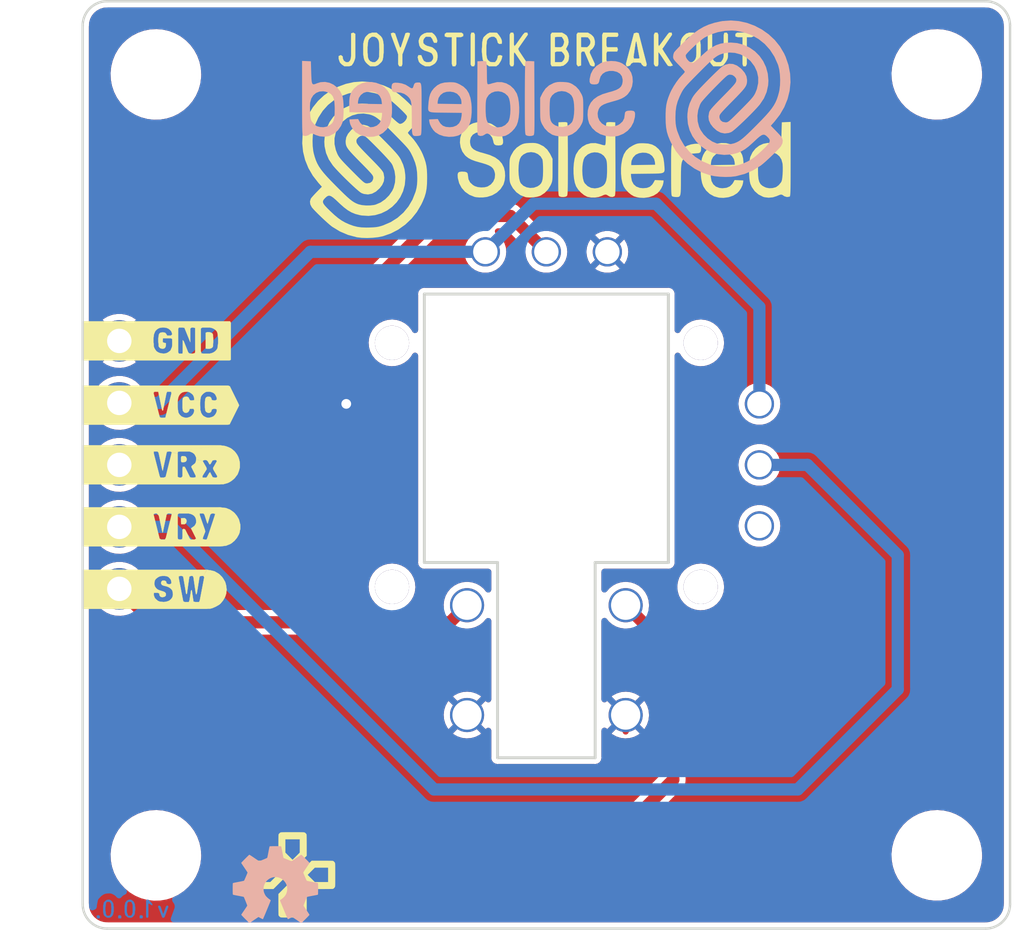
<source format=kicad_pcb>
(kicad_pcb (version 20210623) (generator pcbnew)
  (title_block (title "Joystick breakout") (date "2021-09-09") (rev "V1.0.0.") (company "SOLDRED") (comment 1 "333089"))
  (layers (0 "F.Cu" signal) (31 "B.Cu" signal) (34 "B.Paste" user) (35 "F.Paste" user) (36 "B.SilkS" user "B.Silkscreen") (37 "F.SilkS" user "F.Silkscreen") (38 "B.Mask" user) (39 "F.Mask" user) (44 "Edge.Cuts" user))
  (net 0 "")
  (net 1 "GND")
  (net 2 "SW")
  (net 4 "VRy")
  (net 5 "VCC")
  (net 6 "VRx")
  (footprint "buzzardLabel" (layer "F.Cu") (at 110.6 138.94)
    (fp_text reference "" (at 0 0) (layer "F.SilkS") (effects (font (size 1.27 1.27))))
    (fp_text value "" (at 0 0) (layer "F.SilkS") (effects (font (size 1.27 1.27))))
  )
  (footprint "buzzardLabel" (layer "F.Cu") (at 110.6 133.95)
    (fp_text reference "" (at 0 0) (layer "F.SilkS") (effects (font (size 1.27 1.27))))
    (fp_text value "" (at 0 0) (layer "F.SilkS") (effects (font (size 1.27 1.27))))
  )
  (footprint "e-radionica.com footprinti:FIDUCIAL_23" (layer "F.Cu") (at 146.2 147.3)
    (fp_text reference "FD1")
    (fp_text value "FIDUCIAL")
    (fp_circle (center 0 0) (end 1 0) (layer "F.Cu") (width 0.2) (fill none))
    (pad "1" smd circle (at 0 0) (size 1 1) (layers "F.Cu" "F.Paste" "F.Mask") (clearance 1.1))
  )
  (footprint "Soldered Graphics:Symbol-Front-Joystick" (layer "F.Cu") (at 119.6 153.2)
    (fp_text reference "G***" hide)
    (fp_text value "LOGO" hide)
  )
  (footprint "e-radionica.com footprinti:HOLE_3.2mm" (layer "F.Cu") (at 114 152.4)
    (fp_text reference "H4" hide)
    (fp_text value "HOLE_3.2mm" hide)
    (pad "" np_thru_hole circle locked (at 0 0) (size 3.2 3.2) (drill 3.2) (layers F&B.Cu *.Mask))
  )
  (footprint "buzzardLabel" (layer "F.Cu") (at 110.6 141.5)
    (fp_text reference "" (at 0 0) (layer "F.SilkS") (effects (font (size 1.27 1.27))))
    (fp_text value "" (at 0 0) (layer "F.SilkS") (effects (font (size 1.27 1.27))))
  )
  (footprint "buzzardLabel" (layer "F.Cu") (at 130 119.4)
    (fp_text reference "" (at 0 0) (layer "F.SilkS") (effects (font (size 1.27 1.27))))
    (fp_text value "" (at 0 0) (layer "F.SilkS") (effects (font (size 1.27 1.27))))
  )
  (footprint "Soldered Graphics:Logo-Back-SolderedFULL-20mm" (layer "F.Cu") (at 130 121.4)
    (fp_text reference "REF**" hide)
    (fp_text value "Logo-Front-SolderedFULL-20mm" hide)
  )
  (footprint "e-radionica.com footprinti:HOLE_3.2mm" (layer "F.Cu") (at 114 120.4)
    (fp_text reference "H1" hide)
    (fp_text value "HOLE_3.2mm" hide)
    (pad "" np_thru_hole circle locked (at 0 0) (size 3.2 3.2) (drill 3.2) (layers F&B.Cu *.Mask))
  )
  (footprint "buzzardLabel" (layer "F.Cu") (at 110.6 136.4)
    (fp_text reference "" (at 0 0) (layer "F.SilkS") (effects (font (size 1.27 1.27))))
    (fp_text value "" (at 0 0) (layer "F.SilkS") (effects (font (size 1.27 1.27))))
  )
  (footprint "e-radionica.com footprinti:HOLE_3.2mm" (layer "F.Cu") (at 146 152.4)
    (fp_text reference "H3" hide)
    (fp_text value "HOLE_3.2mm" hide)
    (pad "" np_thru_hole circle locked (at 0 0) (size 3.2 3.2) (drill 3.2) (layers F&B.Cu *.Mask))
  )
  (footprint "buzzardLabel" (layer "F.Cu") (at 110.6 131.32)
    (fp_text reference "" (at 0 0) (layer "F.SilkS") (effects (font (size 1.27 1.27))))
    (fp_text value "" (at 0 0) (layer "F.SilkS") (effects (font (size 1.27 1.27))))
  )
  (footprint "Soldered Graphics:Logo-Back-OSH-3.5mm" (layer "F.Cu") (at 118.9 153.6)
    (fp_text reference "G***" hide)
    (fp_text value "LOGO" hide)
  )
  (footprint "e-radionica.com footprinti:HOLE_3.2mm" (layer "F.Cu") (at 146 120.4)
    (fp_text reference "H2" hide)
    (fp_text value "HOLE_3.2mm" hide)
    (pad "" np_thru_hole circle locked (at 0 0) (size 3.2 3.2) (drill 3.2) (layers F&B.Cu *.Mask))
  )
  (footprint "e-radionica.com footprinti:joystick" (layer "F.Cu") (at 130 136.4)
    (fp_text reference "K1")
    (fp_text value "Joystick")
    (fp_line (start 5 4) (end 5 -7) (layer "Edge.Cuts") (width 0.12))
    (fp_line (start -5 4) (end -2 4) (layer "Edge.Cuts") (width 0.12))
    (fp_line (start 5 4) (end 5 -7) (layer "Edge.Cuts") (width 0.12))
    (fp_line (start 5 -7) (end -5 -7) (layer "Edge.Cuts") (width 0.12))
    (fp_line (start -5 -7) (end -5 4) (layer "Edge.Cuts") (width 0.12))
    (fp_line (start -2 4) (end -2 12) (layer "Edge.Cuts") (width 0.12))
    (fp_line (start 2 12) (end 2 4) (layer "Edge.Cuts") (width 0.12))
    (fp_line (start 2 4) (end 5 4) (layer "Edge.Cuts") (width 0.12))
    (fp_line (start -2 12) (end 2 12) (layer "Edge.Cuts") (width 0.12))
    (pad "" thru_hole circle (at -6.325 5) (size 1.4 1.4) (drill 1.5) (layers *.Cu *.Mask))
    (pad "" thru_hole circle (at -6.325 -5) (size 1.4 1.4) (drill 1.5) (layers *.Cu *.Mask))
    (pad "" thru_hole circle (at 6.325 -5) (size 1.4 1.4) (drill 1.5) (layers *.Cu *.Mask))
    (pad "" thru_hole circle (at 6.325 5) (size 1.4 1.4) (drill 1.5) (layers *.Cu *.Mask))
    (pad "1" thru_hole circle (at 3.25 10.25) (size 1.4 1.4) (drill 1.2) (layers *.Cu *.Mask) (net 1 "GND"))
    (pad "1" thru_hole circle (at -3.25 10.25) (size 1.4 1.4) (drill 1.2) (layers *.Cu *.Mask) (net 1 "GND"))
    (pad "2" thru_hole circle (at 3.25 5.75) (size 1.4 1.4) (drill 1.2) (layers *.Cu *.Mask) (net 2 "SW"))
    (pad "2" thru_hole circle (at -3.25 5.75) (size 1.4 1.4) (drill 1.2) (layers *.Cu *.Mask) (net 2 "SW"))
    (pad "3" thru_hole circle (at 8.73 2.5) (size 1.2 1.2) (drill 1) (layers *.Cu *.Mask))
    (pad "4" thru_hole circle (at 8.73 0) (size 1.2 1.2) (drill 1) (layers *.Cu *.Mask) (net 4 "VRy"))
    (pad "5" thru_hole circle (at 8.73 -2.5) (size 1.2 1.2) (drill 1) (layers *.Cu *.Mask) (net 5 "VCC"))
    (pad "6" thru_hole circle (at 2.5 -8.73) (size 1.2 1.2) (drill 1) (layers *.Cu *.Mask) (net 1 "GND"))
    (pad "7" thru_hole circle (at 0 -8.73) (size 1.2 1.2) (drill 1) (layers *.Cu *.Mask) (net 6 "VRx"))
    (pad "8" thru_hole circle (at -2.5 -8.73) (size 1.2 1.2) (drill 1) (layers *.Cu *.Mask) (net 5 "VCC"))
  )
  (footprint "Soldered Graphics:Logo-Back-SolderedFULL-20mm" (layer "B.Cu") (at 130 123.9 180)
    (fp_text reference "REF**" hide)
    (fp_text value "Logo-Front-SolderedFULL-20mm" hide)
  )
  (footprint "Soldered Graphics:Version1.0.0." (layer "B.Cu") (at 113 154.6 180)
    (fp_text reference "Ref**" hide)
    (fp_text value "Val**" hide)
    (fp_poly (pts (xy -0.44 -0.38) (xy -0.39 -0.38) (xy -0.34 -0.37) (xy -0.34 -0.33) (xy -0.34 -0.27) (xy -0.38 -0.26) (xy -0.43 -0.26) (xy -0.46 -0.29) (xy -0.46 -0.34) (xy -0.44 -0.38)) (layer "B.Cu") (width 0.01) (fill solid))
    (fp_poly (pts (xy 0.43 -0.38) (xy 0.48 -0.38) (xy 0.54 -0.37) (xy 0.54 -0.33) (xy 0.54 -0.27) (xy 0.5 -0.26) (xy 0.45 -0.26) (xy 0.42 -0.29) (xy 0.42 -0.34) (xy 0.43 -0.38)) (layer "B.Cu") (width 0.01) (fill solid))
    (fp_poly (pts (xy -0.67 -0.35) (xy -0.62 -0.35) (xy -0.6 -0.31) (xy -0.6 0.35) (xy -0.64 0.38) (xy -0.69 0.38) (xy -0.73 0.34) (xy -0.84 0.22) (xy -0.86 0.17) (xy -0.83 0.16) (xy -0.73 0.22) (xy -0.69 0.23) (xy -0.69 -0.31) (xy -0.67 -0.35)) (layer "B.Cu") (width 0.01) (fill solid))
    (fp_poly (pts (xy 0.06 -0.35) (xy 0.11 -0.35) (xy 0.17 -0.33) (xy 0.13 -0.28) (xy 0.03 -0.28) (xy -0.01 -0.25) (xy -0.03 -0.2) (xy -0.05 -0.15) (xy -0.05 -0.11) (xy -0.05 0.01) (xy -0.05 0.13) (xy -0.05 0.17) (xy -0.03 0.22) (xy -0.01 0.27) (xy 0.02 0.3) (xy 0.13 0.3) (xy 0.16 0.26) (xy 0.18 0.21) (xy 0.18 0.15) (xy 0.19 0.05) (xy 0.19 -0.08) (xy 0.19 -0.12) (xy 0.18 -0.17) (xy 0.16 -0.22) (xy 0.14 -0.27) (xy 0.14 -0.28) (xy 0.17 -0.32) (xy 0.21 -0.29) (xy 0.24 -0.26) (xy 0.26 -0.22) (xy 0.27 -0.16) (xy 0.28 -0.11) (xy 0.28 -0.06) (xy 0.28 0.06) (xy 0.28 0.12) (xy 0.27 0.17) (xy 0.26 0.22) (xy 0.25 0.27) (xy 0.22 0.3) (xy 0.19 0.34) (xy 0.13 0.37) (xy 0.08 0.38) (xy 0.02 0.38) (xy -0.03 0.35) (xy -0.08 0.31) (xy -0.1 0.28) (xy -0.12 0.23) (xy -0.14 0.18) (xy -0.14 0.13) (xy -0.15 0.08) (xy -0.15 -0.04) (xy -0.14 -0.1) (xy -0.14 -0.14) (xy -0.13 -0.2) (xy -0.11 -0.25) (xy -0.08 -0.28) (xy -0.05 -0.32) (xy 0.01 -0.35) (xy 0.06 -0.35)) (layer "B.Cu") (width 0.01) (fill solid))
    (fp_poly (pts (xy -1.33 -0.35) (xy -1.27 -0.35) (xy -1.25 -0.31) (xy -1.09 0.1) (xy -1.11 0.13) (xy -1.16 0.13) (xy -1.19 0.1) (xy -1.28 -0.16) (xy -1.3 -0.21) (xy -1.32 -0.17) (xy -1.41 0.09) (xy -1.44 0.13) (xy -1.49 0.13) (xy -1.51 0.1) (xy -1.36 -0.31) (xy -1.33 -0.35)) (layer "B.Cu") (width 0.01) (fill solid))
    (fp_poly (pts (xy 0.93 -0.35) (xy 0.99 -0.35) (xy 1.04 -0.33) (xy 1.01 -0.28) (xy 0.91 -0.28) (xy 0.87 -0.25) (xy 0.85 -0.2) (xy 0.83 -0.15) (xy 0.83 -0.11) (xy 0.82 0.01) (xy 0.83 0.13) (xy 0.83 0.17) (xy 0.84 0.22) (xy 0.87 0.27) (xy 0.9 0.3) (xy 1.01 0.3) (xy 1.04 0.26) (xy 1.05 0.21) (xy 1.06 0.15) (xy 1.07 0.05) (xy 1.07 -0.08) (xy 1.06 -0.12) (xy 1.06 -0.17) (xy 1.04 -0.22) (xy 1.02 -0.27) (xy 1.01 -0.28) (xy 1.05 -0.32) (xy 1.09 -0.29) (xy 1.12 -0.26) (xy 1.14 -0.22) (xy 1.15 -0.16) (xy 1.16 -0.11) (xy 1.16 -0.06) (xy 1.16 0.06) (xy 1.16 0.12) (xy 1.15 0.17) (xy 1.14 0.22) (xy 1.13 0.27) (xy 1.1 0.3) (xy 1.06 0.34) (xy 1.01 0.37) (xy 0.95 0.38) (xy 0.9 0.38) (xy 0.84 0.35) (xy 0.8 0.31) (xy 0.78 0.28) (xy 0.75 0.23) (xy 0.74 0.18) (xy 0.74 0.13) (xy 0.73 0.08) (xy 0.73 -0.04) (xy 0.73 -0.1) (xy 0.74 -0.14) (xy 0.75 -0.2) (xy 0.77 -0.25) (xy 0.79 -0.28) (xy 0.83 -0.32) (xy 0.89 -0.35) (xy 0.93 -0.35)) (layer "B.Cu") (width 0.01) (fill solid))
    (fp_poly (pts (xy 1.31 -0.38) (xy 1.36 -0.38) (xy 1.41 -0.37) (xy 1.42 -0.33) (xy 1.42 -0.27) (xy 1.38 -0.26) (xy 1.33 -0.26) (xy 1.3 -0.29) (xy 1.3 -0.34) (xy 1.31 -0.38)) (layer "B.Cu") (width 0.01) (fill solid))
  )
  (footprint "e-radionica.com footprinti:HEADER_MALE_5X1" (layer "B.Cu") (at 112.5 136.4 90)
    (fp_text reference "K2")
    (fp_text value "HEADER_MALE_5X1")
    (pad "1" thru_hole circle locked (at -5.08 0 90) (size 1.7 1.7) (drill 1) (layers *.Cu *.Mask) (net 2 "SW"))
    (pad "2" thru_hole circle locked (at -2.54 0 90) (size 1.7 1.7) (drill 1) (layers *.Cu *.Mask) (net 4 "VRy"))
    (pad "3" thru_hole circle locked (at 0 0 90) (size 1.7 1.7) (drill 1) (layers *.Cu *.Mask) (net 6 "VRx"))
    (pad "4" thru_hole circle locked (at 2.54 0 90) (size 1.7 1.7) (drill 1) (layers *.Cu *.Mask) (net 5 "VCC"))
    (pad "5" thru_hole circle locked (at 5.08 0 90) (size 1.7 1.7) (drill 1) (layers *.Cu *.Mask) (net 1 "GND"))
  )
  (gr_arc (start 148 118.4) (end 148 117.4) (angle 90) (layer "Edge.Cuts") (width 0.1))
  (gr_line (start 111 118.4) (end 111 154.4) (layer "Edge.Cuts") (width 0.1))
  (gr_arc (start 112 154.4) (end 112 155.4) (angle 90) (layer "Edge.Cuts") (width 0.1))
  (gr_arc (start 148 154.4) (end 148 155.4) (angle -90) (layer "Edge.Cuts") (width 0.1))
  (gr_line (start 112 155.4) (end 148 155.4) (layer "Edge.Cuts") (width 0.1))
  (gr_line (start 148 117.4) (end 112 117.4) (layer "Edge.Cuts") (width 0.1))
  (gr_arc (start 111.999997 118.4) (end 111 118.4) (angle 90) (layer "Edge.Cuts") (width 0.1))
  (gr_line (start 149 154.4) (end 149 118.4) (layer "Edge.Cuts") (width 0.1))
  (segment (start 133.25 147.326804) (end 133.25 146.65) (width 0.25) (layer "F.Cu") (net 1))
  (via (at 121.8 133.9) (size 0.8) (drill 0.4) (layers "F.Cu" "B.Cu") (net 1))
  (segment (start 133.7 150.8) (end 135.2 149.3) (width 0.5) (layer "F.Cu") (net 2))
  (segment (start 121.8 150.8) (end 133.7 150.8) (width 0.5) (layer "F.Cu") (net 2))
  (segment (start 126.05 142.85) (end 126.75 142.15) (width 0.5) (layer "F.Cu") (net 2))
  (segment (start 113.87 142.87) (end 121.8 150.8) (width 0.5) (layer "F.Cu") (net 2))
  (segment (start 113.87 142.85) (end 126.05 142.85) (width 0.5) (layer "F.Cu") (net 2))
  (segment (start 113.87 142.85) (end 113.87 142.87) (width 0.5) (layer "F.Cu") (net 2))
  (segment (start 112.5 141.48) (end 113.87 142.85) (width 0.5) (layer "F.Cu") (net 2))
  (segment (start 135.2 149.3) (end 135.2 144.1) (width 0.5) (layer "F.Cu") (net 2))
  (segment (start 126.75 142.15) (end 127 142.4) (width 0.25) (layer "F.Cu") (net 2))
  (segment (start 135.2 144.1) (end 133.25 142.15) (width 0.5) (layer "F.Cu") (net 2))
  (segment (start 144.4 140.1) (end 140.7 136.4) (width 0.5) (layer "B.Cu") (net 4))
  (segment (start 144.4 145.6) (end 144.4 140.1) (width 0.5) (layer "B.Cu") (net 4))
  (segment (start 125.4 149.7) (end 140.3 149.7) (width 0.5) (layer "B.Cu") (net 4))
  (segment (start 114.64 138.94) (end 125.4 149.7) (width 0.5) (layer "B.Cu") (net 4))
  (segment (start 140.7 136.4) (end 138.73 136.4) (width 0.5) (layer "B.Cu") (net 4))
  (segment (start 112.5 138.94) (end 114.64 138.94) (width 0.5) (layer "B.Cu") (net 4))
  (segment (start 140.3 149.7) (end 144.4 145.6) (width 0.5) (layer "B.Cu") (net 4))
  (segment (start 138.73 129.93) (end 138.73 133.9) (width 0.5) (layer "B.Cu") (net 5))
  (segment (start 114.14 133.86) (end 112.5 133.86) (width 0.5) (layer "B.Cu") (net 5))
  (segment (start 127.5 127.67) (end 129.47 125.7) (width 0.5) (layer "B.Cu") (net 5))
  (segment (start 127.5 127.67) (end 120.33 127.67) (width 0.5) (layer "B.Cu") (net 5))
  (segment (start 134.5 125.7) (end 138.73 129.93) (width 0.5) (layer "B.Cu") (net 5))
  (segment (start 129.47 125.7) (end 134.5 125.7) (width 0.5) (layer "B.Cu") (net 5))
  (segment (start 120.33 127.67) (end 114.14 133.86) (width 0.5) (layer "B.Cu") (net 5))
  (segment (start 112.5 136.4) (end 115.4 136.4) (width 0.5) (layer "F.Cu") (net 6))
  (segment (start 115.4 136.4) (end 125.6 126.2) (width 0.5) (layer "F.Cu") (net 6))
  (segment (start 128.53 126.2) (end 130 127.67) (width 0.5) (layer "F.Cu") (net 6))
  (segment (start 125.6 126.2) (end 128.53 126.2) (width 0.5) (layer "F.Cu") (net 6))
  (zone (net 1) (net_name "GND") (layers F&B.Cu) (connect_pads (clearance 0.254)) (min_thickness 0.254) (fill yes (thermal_gap 0.254) (thermal_bridge_width 0.254))
    (polygon (pts (xy 149 155.4) (xy 111 155.4) (xy 111 117.4) (xy 149 117.4)))
  )
)
</source>
